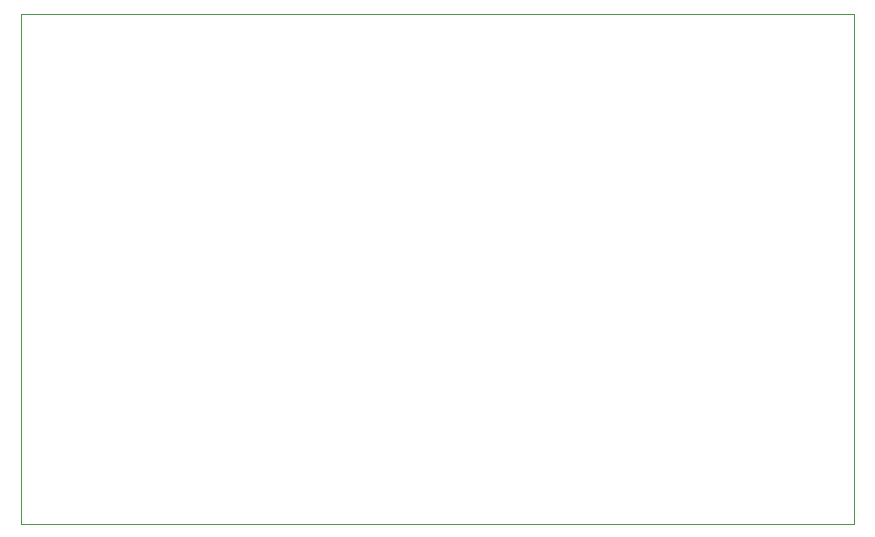
<source format=gbr>
G04 #@! TF.GenerationSoftware,KiCad,Pcbnew,(5.0.0)*
G04 #@! TF.CreationDate,2018-10-30T21:10:31-06:00*
G04 #@! TF.ProjectId,Mini-Rover-Power Distribution,4D696E692D526F7665722D506F776572,rev?*
G04 #@! TF.SameCoordinates,Original*
G04 #@! TF.FileFunction,Profile,NP*
%FSLAX46Y46*%
G04 Gerber Fmt 4.6, Leading zero omitted, Abs format (unit mm)*
G04 Created by KiCad (PCBNEW (5.0.0)) date 10/30/18 21:10:31*
%MOMM*%
%LPD*%
G01*
G04 APERTURE LIST*
%ADD10C,0.100000*%
G04 APERTURE END LIST*
D10*
X118999000Y-31496000D02*
X118999000Y-74676000D01*
X48514000Y-31496000D02*
X118999000Y-31496000D01*
X48514000Y-74676000D02*
X48514000Y-31496000D01*
X118999000Y-74676000D02*
X48514000Y-74676000D01*
M02*

</source>
